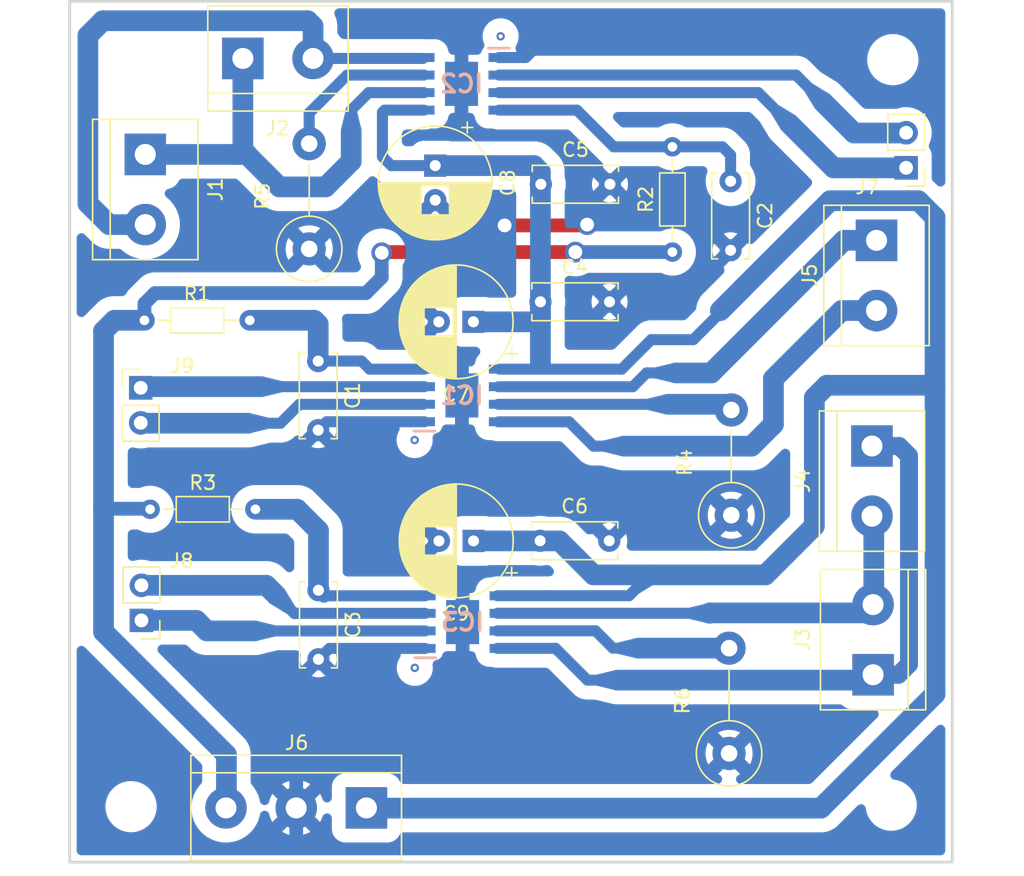
<source format=kicad_pcb>
(kicad_pcb (version 20240108) (generator "pcbnew") (generator_version "8.0")
  (layers (0 "F.Cu" signal) (31 "B.Cu" signal) (34 "B.Paste" user) (35 "F.Paste" user) (36 "B.SilkS" user "B.Silkscreen") (37 "F.SilkS" user "F.Silkscreen") (38 "B.Mask" user) (39 "F.Mask" user) (44 "Edge.Cuts" user))
  (net 0 "")
  (net 1 "Net-(IC1-VREF)")
  (net 2 "GND")
  (net 3 "Net-(IC2-VREF)")
  (net 4 "Net-(IC3-VREF)")
  (net 5 "/Vin")
  (net 6 "Net-(IC1-OUT2)")
  (net 7 "Net-(IC1-RS)")
  (net 8 "/IN5")
  (net 9 "/IN6")
  (net 10 "Net-(IC1-OUT1)")
  (net 11 "/IN2")
  (net 12 "Net-(IC2-OUT2)")
  (net 13 "Net-(IC2-OUT1)")
  (net 14 "Net-(IC2-RS)")
  (net 15 "/IN1")
  (net 16 "Net-(IC3-OUT2)")
  (net 17 "/IN4")
  (net 18 "/IN3")
  (net 19 "Net-(IC3-OUT1)")
  (net 20 "Net-(IC3-RS)")
  (net 21 "/5V")
  (footprint "TerminalBlock:TerminalBlock_bornier-2_P5.08mm" (layer "F.Cu") (at 39.49 32.45)
    (property "Reference" "J2" (at 2.51 5.05 0) (layer "F.SilkS"))
    (property "Value" "Motor2")
    (pad "1" thru_hole rect (at 0 0) (size 3 3) (drill 1.52) (layers "*.Cu" "*.Mask") (net 13 "Net-(IC2-OUT1)"))
    (pad "2" thru_hole circle (at 5.08 0) (size 3 3) (drill 1.52) (layers "*.Cu" "*.Mask") (net 12 "Net-(IC2-OUT2)"))
  )
  (footprint "Resistor_THT:R_Axial_DIN0204_L3.6mm_D1.6mm_P7.62mm_Horizontal" (layer "F.Cu") (at 32.37 51.41)
    (property "Reference" "R1" (at 3.81 -1.92 0) (layer "F.SilkS"))
    (property "Value" "1k")
    (pad "1" thru_hole circle (at 0 0) (size 1.4 1.4) (drill 0.7) (layers "*.Cu" "*.Mask") (net 21 "/5V"))
    (pad "2" thru_hole oval (at 7.62 0) (size 1.4 1.4) (drill 0.7) (layers "*.Cu" "*.Mask") (net 1 "Net-(IC1-VREF)"))
  )
  (footprint "Connector_PinHeader_2.54mm:PinHeader_1x02_P2.54mm_Vertical" (layer "F.Cu") (at 32.1 56.295)
    (property "Reference" "J9" (at 3.01 -1.595 0) (layer "F.SilkS"))
    (property "Value" "Screw_Terminal_01x02")
    (pad "1" thru_hole rect (at 0 0) (size 1.7 1.7) (drill 1) (layers "*.Cu" "*.Mask") (net 8 "/IN5"))
    (pad "2" thru_hole oval (at 0 2.54) (size 1.7 1.7) (drill 1) (layers "*.Cu" "*.Mask") (net 9 "/IN6"))
  )
  (footprint "Capacitor_THT:C_Disc_D6.0mm_W2.5mm_P5.00mm" (layer "F.Cu") (at 61.02 50.07)
    (property "Reference" "C4" (at 2.5 -2.5 0) (layer "F.SilkS"))
    (property "Value" "0.1u")
    (pad "1" thru_hole circle (at 0 0) (size 1.6 1.6) (drill 0.8) (layers "*.Cu" "*.Mask") (net 5 "/Vin"))
    (pad "2" thru_hole circle (at 5 0) (size 1.6 1.6) (drill 0.8) (layers "*.Cu" "*.Mask") (net 2 "GND"))
  )
  (footprint "Capacitor_THT:C_Disc_D6.0mm_W2.5mm_P5.00mm" (layer "F.Cu") (at 61.05 41.56)
    (property "Reference" "C5" (at 2.5 -2.5 0) (layer "F.SilkS"))
    (property "Value" "0.1u")
    (pad "1" thru_hole circle (at 0 0) (size 1.6 1.6) (drill 0.8) (layers "*.Cu" "*.Mask") (net 5 "/Vin"))
    (pad "2" thru_hole circle (at 5 0) (size 1.6 1.6) (drill 0.8) (layers "*.Cu" "*.Mask") (net 2 "GND"))
  )
  (footprint "Capacitor_THT:CP_Radial_D8.0mm_P2.50mm" (layer "F.Cu") (at 53.41 40.21 -90)
    (property "Reference" "C8" (at 1.25 -5.25 90) (layer "F.SilkS"))
    (property "Value" "100u")
    (pad "1" thru_hole rect (at 0 0 270) (size 1.6 1.6) (drill 0.8) (layers "*.Cu" "*.Mask") (net 5 "/Vin"))
    (pad "2" thru_hole circle (at 2.5 0 270) (size 1.6 1.6) (drill 0.8) (layers "*.Cu" "*.Mask") (net 2 "GND"))
  )
  (footprint "Resistor_THT:R_Axial_DIN0204_L3.6mm_D1.6mm_P7.62mm_Horizontal" (layer "F.Cu") (at 70.57 46.47 90)
    (property "Reference" "R2" (at 3.81 -1.92 90) (layer "F.SilkS"))
    (property "Value" "1k")
    (pad "1" thru_hole circle (at 0 0 90) (size 1.4 1.4) (drill 0.7) (layers "*.Cu" "*.Mask") (net 21 "/5V"))
    (pad "2" thru_hole oval (at 7.62 0 90) (size 1.4 1.4) (drill 0.7) (layers "*.Cu" "*.Mask") (net 3 "Net-(IC2-VREF)"))
  )
  (footprint "Resistor_THT:R_Axial_DIN0414_L11.9mm_D4.5mm_P7.62mm_Vertical" (layer "F.Cu") (at 74.67 82.765 90)
    (property "Reference" "R6" (at 3.81 -3.37 90) (layer "F.SilkS"))
    (property "Value" "0,2")
    (pad "1" thru_hole circle (at 0 0 90) (size 2.4 2.4) (drill 1.2) (layers "*.Cu" "*.Mask") (net 2 "GND"))
    (pad "2" thru_hole oval (at 7.62 0 90) (size 2.4 2.4) (drill 1.2) (layers "*.Cu" "*.Mask") (net 20 "Net-(IC3-RS)"))
  )
  (footprint "MountingHole:MountingHole_3.2mm_M3" (layer "F.Cu") (at 31.4 86.62)
    (property "Reference" "REF**" (hide yes))
    (property "Value" "MountingHole_3.2mm_M3")
    (pad "" np_thru_hole circle (at 0 0) (size 3.2 3.2) (drill 3.2) (layers "*.Cu" "*.Mask"))
  )
  (footprint "Capacitor_THT:C_Disc_D6.0mm_W2.5mm_P5.00mm" (layer "F.Cu") (at 74.78 41.34 -90)
    (property "Reference" "C2" (at 2.5 -2.5 90) (layer "F.SilkS"))
    (property "Value" "0.1u")
    (pad "1" thru_hole circle (at 0 0 270) (size 1.6 1.6) (drill 0.8) (layers "*.Cu" "*.Mask") (net 3 "Net-(IC2-VREF)"))
    (pad "2" thru_hole circle (at 5 0 270) (size 1.6 1.6) (drill 0.8) (layers "*.Cu" "*.Mask") (net 2 "GND"))
  )
  (footprint "Capacitor_THT:C_Disc_D6.0mm_W2.5mm_P5.00mm" (layer "F.Cu") (at 61 67.37)
    (property "Reference" "C6" (at 2.5 -2.5 0) (layer "F.SilkS"))
    (property "Value" "0.1u")
    (pad "1" thru_hole circle (at 0 0) (size 1.6 1.6) (drill 0.8) (layers "*.Cu" "*.Mask") (net 5 "/Vin"))
    (pad "2" thru_hole circle (at 5 0) (size 1.6 1.6) (drill 0.8) (layers "*.Cu" "*.Mask") (net 2 "GND"))
  )
  (footprint "MountingHole:MountingHole_3.2mm_M3" (layer "F.Cu") (at 86.4 86.51)
    (property "Reference" "REF**" (hide yes))
    (property "Value" "MountingHole_3.2mm_M3")
    (pad "" np_thru_hole circle (at 0 0) (size 3.2 3.2) (drill 3.2) (layers "*.Cu" "*.Mask"))
  )
  (footprint "Capacitor_THT:CP_Radial_D8.0mm_P2.50mm" (layer "F.Cu") (at 56.17 51.52 180)
    (property "Reference" "C7" (at 1.25 -5.25 0) (layer "F.SilkS"))
    (property "Value" "100u")
    (pad "1" thru_hole rect (at 0 0 180) (size 1.6 1.6) (drill 0.8) (layers "*.Cu" "*.Mask") (net 5 "/Vin"))
    (pad "2" thru_hole circle (at 2.5 0 180) (size 1.6 1.6) (drill 0.8) (layers "*.Cu" "*.Mask") (net 2 "GND"))
  )
  (footprint "TerminalBlock:TerminalBlock_bornier-3_P5.08mm" (layer "F.Cu") (at 48.43 86.71 180)
    (property "Reference" "J6" (at 5.05 4.71 180) (layer "F.SilkS"))
    (property "Value" "Alimentacion")
    (pad "1" thru_hole rect (at 0 0 180) (size 3 3) (drill 1.52) (layers "*.Cu" "*.Mask") (net 5 "/Vin"))
    (pad "2" thru_hole circle (at 5.08 0 180) (size 3 3) (drill 1.52) (layers "*.Cu" "*.Mask") (net 2 "GND"))
    (pad "3" thru_hole circle (at 10.16 0 180) (size 3 3) (drill 1.52) (layers "*.Cu" "*.Mask") (net 21 "/5V"))
  )
  (footprint "MountingHole:MountingHole_3.2mm_M3" (layer "F.Cu") (at 86.52 32.54)
    (property "Reference" "REF**" (hide yes))
    (property "Value" "MountingHole_3.2mm_M3")
    (pad "" np_thru_hole circle (at 0 0) (size 3.2 3.2) (drill 3.2) (layers "*.Cu" "*.Mask"))
  )
  (footprint "Resistor_THT:R_Axial_DIN0414_L11.9mm_D4.5mm_P7.62mm_Vertical" (layer "F.Cu") (at 74.83 65.52 90)
    (property "Reference" "R4" (at 3.81 -3.37 90) (layer "F.SilkS"))
    (property "Value" "0,2")
    (pad "1" thru_hole circle (at 0 0 90) (size 2.4 2.4) (drill 1.2) (layers "*.Cu" "*.Mask") (net 2 "GND"))
    (pad "2" thru_hole oval (at 7.62 0 90) (size 2.4 2.4) (drill 1.2) (layers "*.Cu" "*.Mask") (net 7 "Net-(IC1-RS)"))
  )
  (footprint "Connector_PinHeader_2.54mm:PinHeader_1x02_P2.54mm_Vertical" (layer "F.Cu") (at 32.15 73.135 180)
    (property "Reference" "J8" (at -2.91 4.315 0) (layer "F.SilkS"))
    (property "Value" "Screw_Terminal_01x02")
    (pad "1" thru_hole rect (at 0 0 180) (size 1.7 1.7) (drill 1) (layers "*.Cu" "*.Mask") (net 18 "/IN3"))
    (pad "2" thru_hole oval (at 0 2.54 180) (size 1.7 1.7) (drill 1) (layers "*.Cu" "*.Mask") (net 17 "/IN4"))
  )
  (footprint "TerminalBlock:TerminalBlock_bornier-2_P5.08mm" (layer "F.Cu") (at 32.43 39.4 -90)
    (property "Reference" "J1" (at 2.54 -5.08 90) (layer "F.SilkS"))
    (property "Value" "Motor1")
    (pad "1" thru_hole rect (at 0 0 270) (size 3 3) (drill 1.52) (layers "*.Cu" "*.Mask") (net 13 "Net-(IC2-OUT1)"))
    (pad "2" thru_hole circle (at 5.08 0 270) (size 3 3) (drill 1.52) (layers "*.Cu" "*.Mask") (net 12 "Net-(IC2-OUT2)"))
  )
  (footprint "TerminalBlock:TerminalBlock_bornier-2_P5.08mm" (layer "F.Cu") (at 85.09 77.07 90)
    (property "Reference" "J3" (at 2.54 -5.08 90) (layer "F.SilkS"))
    (property "Value" "Motor3")
    (pad "1" thru_hole rect (at 0 0 90) (size 3 3) (drill 1.52) (layers "*.Cu" "*.Mask") (net 16 "Net-(IC3-OUT2)"))
    (pad "2" thru_hole circle (at 5.08 0 90) (size 3 3) (drill 1.52) (layers "*.Cu" "*.Mask") (net 19 "Net-(IC3-OUT1)"))
  )
  (footprint "TerminalBlock:TerminalBlock_bornier-2_P5.08mm" (layer "F.Cu") (at 85.01 60.51 -90)
    (property "Reference" "J4" (at 2.54 5.01 90) (layer "F.SilkS"))
    (property "Value" "Motor4")
    (pad "1" thru_hole rect (at 0 0 270) (size 3 3) (drill 1.52) (layers "*.Cu" "*.Mask") (net 16 "Net-(IC3-OUT2)"))
    (pad "2" thru_hole circle (at 5.08 0 270) (size 3 3) (drill 1.52) (layers "*.Cu" "*.Mask") (net 19 "Net-(IC3-OUT1)"))
  )
  (footprint "TerminalBlock:TerminalBlock_bornier-2_P5.08mm" (layer "F.Cu") (at 85.34 45.62 -90)
    (property "Reference" "J5" (at 2.54 4.84 90) (layer "F.SilkS"))
    (property "Value" "MotorElev")
    (pad "1" thru_hole rect (at 0 0 270) (size 3 3) (drill 1.52) (layers "*.Cu" "*.Mask") (net 10 "Net-(IC1-OUT1)"))
    (pad "2" thru_hole circle (at 5.08 0 270) (size 3 3) (drill 1.52) (layers "*.Cu" "*.Mask") (net 6 "Net-(IC1-OUT2)"))
  )
  (footprint "Capacitor_THT:C_Disc_D6.0mm_W2.5mm_P5.00mm" (layer "F.Cu") (at 44.94 54.36 -90)
    (property "Reference" "C1" (at 2.5 -2.5 90) (layer "F.SilkS"))
    (property "Value" "0.1u")
    (pad "1" thru_hole circle (at 0 0 270) (size 1.6 1.6) (drill 0.8) (layers "*.Cu" "*.Mask") (net 1 "Net-(IC1-VREF)"))
    (pad "2" thru_hole circle (at 5 0 270) (size 1.6 1.6) (drill 0.8) (layers "*.Cu" "*.Mask") (net 2 "GND"))
  )
  (footprint "Connector_PinHeader_2.54mm:PinHeader_1x02_P2.54mm_Vertical" (layer "F.Cu") (at 87.48 40.37 180)
    (property "Reference" "J7" (at 2.81 -1.395 0) (layer "F.SilkS"))
    (property "Value" "Screw_Terminal_01x02")
    (pad "1" thru_hole rect (at 0 0 180) (size 1.7 1.7) (drill 1) (layers "*.Cu" "*.Mask") (net 15 "/IN1"))
    (pad "2" thru_hole oval (at 0 2.54 180) (size 1.7 1.7) (drill 1) (layers "*.Cu" "*.Mask") (net 11 "/IN2"))
  )
  (footprint "Resistor_THT:R_Axial_DIN0204_L3.6mm_D1.6mm_P7.62mm_Horizontal" (layer "F.Cu") (at 32.78 65.09)
    (property "Reference" "R3" (at 3.81 -1.92 0) (layer "F.SilkS"))
    (property "Value" "1k")
    (pad "1" thru_hole circle (at 0 0) (size 1.4 1.4) (drill 0.7) (layers "*.Cu" "*.Mask") (net 21 "/5V"))
    (pad "2" thru_hole oval (at 7.62 0) (size 1.4 1.4) (drill 0.7) (layers "*.Cu" "*.Mask") (net 4 "Net-(IC3-VREF)"))
  )
  (footprint "Capacitor_THT:C_Disc_D6.0mm_W2.5mm_P5.00mm" (layer "F.Cu") (at 44.96 70.95 -90)
    (property "Reference" "C3" (at 2.5 -2.5 90) (layer "F.SilkS"))
    (property "Value" "0.1u")
    (pad "1" thru_hole circle (at 0 0 270) (size 1.6 1.6) (drill 0.8) (layers "*.Cu" "*.Mask") (net 4 "Net-(IC3-VREF)"))
    (pad "2" thru_hole circle (at 5 0 270) (size 1.6 1.6) (drill 0.8) (layers "*.Cu" "*.Mask") (net 2 "GND"))
  )
  (footprint "MountingHole:MountingHole_3.2mm_M3" (layer "F.Cu") (at 31.52 32.65)
    (property "Reference" "M3" (hide yes))
    (property "Value" "MountingHole_3.2mm_M3")
    (pad "" np_thru_hole circle (at 0 0) (size 3.2 3.2) (drill 3.2) (layers "*.Cu" "*.Mask"))
  )
  (footprint "Resistor_THT:R_Axial_DIN0414_L11.9mm_D4.5mm_P7.62mm_Vertical" (layer "F.Cu") (at 44.29 46.24 90)
    (property "Reference" "R5" (at 3.81 -3.37 90) (layer "F.SilkS"))
    (property "Value" "0,2")
    (pad "1" thru_hole circle (at 0 0 90) (size 2.4 2.4) (drill 1.2) (layers "*.Cu" "*.Mask") (net 2 "GND"))
    (pad "2" thru_hole oval (at 7.62 0 90) (size 2.4 2.4) (drill 1.2) (layers "*.Cu" "*.Mask") (net 14 "Net-(IC2-RS)"))
  )
  (footprint "Capacitor_THT:CP_Radial_D8.0mm_P2.50mm" (layer "F.Cu") (at 56.18 67.38 180)
    (property "Reference" "C9" (at 1.25 -5.25 0) (layer "F.SilkS"))
    (property "Value" "100u")
    (pad "1" thru_hole rect (at 0 0 180) (size 1.6 1.6) (drill 0.8) (layers "*.Cu" "*.Mask") (net 5 "/Vin"))
    (pad "2" thru_hole circle (at 2.5 0 180) (size 1.6 1.6) (drill 0.8) (layers "*.Cu" "*.Mask") (net 2 "GND"))
  )
  (footprint "LibraryPERSONALES:SOIC127P600X170-9N" (layer "B.Cu") (at 55.31 34.29 180)
    (property "Reference" "IC2" (at 0 0 0) (layer "B.SilkS") (effects (font (size 1.27 1.27) (thickness 0.254)) (justify mirror)))
    (property "Value" "TB67H450AFNG,EL" (hide yes))
    (pad "1" smd rect (at -2.712 1.905 90) (size 0.65 1.525) (layers "B.Cu" "B.Paste" "B.Mask") (net 2 "GND"))
    (pad "2" smd rect (at -2.712 0.635 90) (size 0.65 1.525) (layers "B.Cu" "B.Paste" "B.Mask") (net 11 "/IN2"))
    (pad "3" smd rect (at -2.712 -0.635 90) (size 0.65 1.525) (layers "B.Cu" "B.Paste" "B.Mask") (net 15 "/IN1"))
    (pad "4" smd rect (at -2.712 -1.905 90) (size 0.65 1.525) (layers "B.Cu" "B.Paste" "B.Mask") (net 3 "Net-(IC2-VREF)"))
    (pad "5" smd rect (at 2.712 -1.905 90) (size 0.65 1.525) (layers "B.Cu" "B.Paste" "B.Mask") (net 5 "/Vin"))
    (pad "6" smd rect (at 2.712 -0.635 90) (size 0.65 1.525) (layers "B.Cu" "B.Paste" "B.Mask") (net 13 "Net-(IC2-OUT1)"))
    (pad "7" smd rect (at 2.712 0.635 90) (size 0.65 1.525) (layers "B.Cu" "B.Paste" "B.Mask") (net 14 "Net-(IC2-RS)"))
    (pad "8" smd rect (at 2.712 1.905 90) (size 0.65 1.525) (layers "B.Cu" "B.Paste" "B.Mask") (net 12 "Net-(IC2-OUT2)"))
    (pad "9" smd rect (at 0 0 180) (size 2.39 3.2) (layers "B.Cu" "B.Paste" "B.Mask") (net 2 "GND"))
  )
  (footprint "LibraryPERSONALES:SOIC127P600X170-9N" (layer "B.Cu") (at 55.39 73.26)
    (property "Reference" "IC3" (at 0 0 0) (layer "B.SilkS") (effects (font (size 1.27 1.27) (thickness 0.254)) (justify mirror)))
    (property "Value" "TB67H450AFNG,EL" (hide yes))
    (pad "1" smd rect (at -2.712 1.905 270) (size 0.65 1.525) (layers "B.Cu" "B.Paste" "B.Mask") (net 2 "GND"))
    (pad "2" smd rect (at -2.712 0.635 270) (size 0.65 1.525) (layers "B.Cu" "B.Paste" "B.Mask") (net 18 "/IN3"))
    (pad "3" smd rect (at -2.712 -0.635 270) (size 0.65 1.525) (layers "B.Cu" "B.Paste" "B.Mask") (net 17 "/IN4"))
    (pad "4" smd rect (at -2.712 -1.905 270) (size 0.65 1.525) (layers "B.Cu" "B.Paste" "B.Mask") (net 4 "Net-(IC3-VREF)"))
    (pad "5" smd rect (at 2.712 -1.905 270) (size 0.65 1.525) (layers "B.Cu" "B.Paste" "B.Mask") (net 5 "/Vin"))
    (pad "6" smd rect (at 2.712 -0.635 270) (size 0.65 1.525) (layers "B.Cu" "B.Paste" "B.Mask") (net 19 "Net-(IC3-OUT1)"))
    (pad "7" smd rect (at 2.712 0.635 270) (size 0.65 1.525) (layers "B.Cu" "B.Paste" "B.Mask") (net 20 "Net-(IC3-RS)"))
    (pad "8" smd rect (at 2.712 1.905 270) (size 0.65 1.525) (layers "B.Cu" "B.Paste" "B.Mask") (net 16 "Net-(IC3-OUT2)"))
    (pad "9" smd rect (at 0 0) (size 2.39 3.2) (layers "B.Cu" "B.Paste" "B.Mask") (net 2 "GND"))
  )
  (footprint "LibraryPERSONALES:SOIC127P600X170-9N" (layer "B.Cu") (at 55.34 56.85)
    (property "Reference" "IC1" (at 0 0 0) (layer "B.SilkS") (effects (font (size 1.27 1.27) (thickness 0.254)) (justify mirror)))
    (property "Value" "TB67H450AFNG,EL" (hide yes))
    (pad "1" smd rect (at -2.712 1.905 270) (size 0.65 1.525) (layers "B.Cu" "B.Paste" "B.Mask") (net 2 "GND"))
    (pad "2" smd rect (at -2.712 0.635 270) (size 0.65 1.525) (layers "B.Cu" "B.Paste" "B.Mask") (net 9 "/IN6"))
    (pad "3" smd rect (at -2.712 -0.635 270) (size 0.65 1.525) (layers "B.Cu" "B.Paste" "B.Mask") (net 8 "/IN5"))
    (pad "4" smd rect (at -2.712 -1.905 270) (size 0.65 1.525) (layers "B.Cu" "B.Paste" "B.Mask") (net 1 "Net-(IC1-VREF)"))
    (pad "5" smd rect (at 2.712 -1.905 270) (size 0.65 1.525) (layers "B.Cu" "B.Paste" "B.Mask") (net 5 "/Vin"))
    (pad "6" smd rect (at 2.712 -0.635 270) (size 0.65 1.525) (layers "B.Cu" "B.Paste" "B.Mask") (net 10 "Net-(IC1-OUT1)"))
    (pad "7" smd rect (at 2.712 0.635 270) (size 0.65 1.525) (layers "B.Cu" "B.Paste" "B.Mask") (net 7 "Net-(IC1-RS)"))
    (pad "8" smd rect (at 2.712 1.905 270) (size 0.65 1.525) (layers "B.Cu" "B.Paste" "B.Mask") (net 6 "Net-(IC1-OUT2)"))
    (pad "9" smd rect (at 0 0) (size 2.39 3.2) (layers "B.Cu" "B.Paste" "B.Mask") (net 2 "GND"))
  )
  (gr_rect (start 26.96 28.32) (end 90.82 90.64) (stroke (width 0.2)) (fill none) (layer "Edge.Cuts"))
  (via (at 58.14 30.85) (size 0.6) (drill 0.3) (layers "F.Cu" "B.Cu") (net 0))
  (via (at 51.93 76.57) (size 0.6) (drill 0.3) (layers "F.Cu" "B.Cu") (net 0))
  (via (at 51.92 60.08) (size 0.6) (drill 0.3) (layers "F.Cu" "B.Cu") (net 0))
  (segment (start 48.665 54.945) (end 52.628 54.945) (width 0.8) (layer "B.Cu") (net 1))
  (segment (start 44.66 51.41) (end 39.99 51.41) (width 1.5) (layer "B.Cu") (net 1))
  (segment (start 44.94 54.36) (end 44.94 51.69) (width 1.5) (layer "B.Cu") (net 1))
  (segment (start 48.11 54.39) (end 48.08 54.36) (width 0.8) (layer "B.Cu") (net 1))
  (segment (start 48.08 54.36) (end 48.665 54.945) (width 0.8) (layer "B.Cu") (net 1))
  (segment (start 44.94 51.69) (end 44.66 51.41) (width 1.5) (layer "B.Cu") (net 1))
  (segment (start 48.08 54.36) (end 44.94 54.36) (width 0.8) (layer "B.Cu") (net 1))
  (segment (start 58.43 44.54) (end 64.34 44.54) (width 1) (layer "F.Cu") (net 2))
  (segment (start 64.34 44.54) (end 64.4 44.48) (width 1) (layer "F.Cu") (net 2))
  (via (at 58.43 44.54) (size 1.5) (drill 1) (layers "F.Cu" "B.Cu") (net 2))
  (via (at 64.4 44.48) (size 1.5) (drill 1) (layers "F.Cu" "B.Cu") (net 2))
  (segment (start 45.745 75.165) (end 44.96 75.95) (width 0.8) (layer "B.Cu") (net 2))
  (segment (start 43.35 83.95) (end 43.35 89.19) (width 1) (layer "B.Cu") (net 2))
  (segment (start 52.628 58.755) (end 45.545 58.755) (width 0.8) (layer "B.Cu") (net 2))
  (segment (start 45.545 58.755) (end 44.94 59.36) (width 0.8) (layer "B.Cu") (net 2))
  (segment (start 52.678 75.165) (end 45.745 75.165) (width 0.8) (layer "B.Cu") (net 2))
  (segment (start 59.965 32.385) (end 60.57 31.78) (width 0.8) (layer "B.Cu") (net 2))
  (segment (start 58.022 32.385) (end 59.965 32.385) (width 0.8) (layer "B.Cu") (net 2))
  (segment (start 63.665 36.195) (end 66.32 38.85) (width 0.8) (layer "B.Cu") (net 3))
  (segment (start 58.022 36.195) (end 63.665 36.195) (width 0.8) (layer "B.Cu") (net 3))
  (segment (start 66.32 38.85) (end 70.57 38.85) (width 0.8) (layer "B.Cu") (net 3))
  (segment (start 74.19 38.85) (end 74.78 39.44) (width 0.8) (layer "B.Cu") (net 3))
  (segment (start 70.57 38.85) (end 74.19 38.85) (width 0.8) (layer "B.Cu") (net 3))
  (segment (start 74.78 39.44) (end 74.78 41.34) (width 0.8) (layer "B.Cu") (net 3))
  (segment (start 44.96 66.63) (end 44.96 70.95) (width 1.5) (layer "B.Cu") (net 4))
  (segment (start 52.678 71.355) (end 45.365 71.355) (width 0.8) (layer "B.Cu") (net 4))
  (segment (start 43.42 65.09) (end 44.96 66.63) (width 1.5) (layer "B.Cu") (net 4))
  (segment (start 40.4 65.09) (end 43.42 65.09) (width 1.5) (layer "B.Cu") (net 4))
  (segment (start 45.365 71.355) (end 44.96 70.95) (width 1) (layer "B.Cu") (net 4))
  (segment (start 68.94 69.84) (end 77.3 69.84) (width 1.5) (layer "B.Cu") (net 5))
  (segment (start 49.59 39.57) (end 49.59 36.35) (width 0.8) (layer "B.Cu") (net 5))
  (segment (start 88.37 42.75) (end 89.57 43.95) (width 1.5) (layer "B.Cu") (net 5))
  (segment (start 61.02 40.67) (end 61.02 51.48) (width 1.5) (layer "B.Cu") (net 5))
  (segment (start 74.04 50.71) (end 74.04 50.85) (width 0.8) (layer "B.Cu") (net 5))
  (segment (start 68.94 69.84) (end 67.43 71.35) (width 0.8) (layer "B.Cu") (net 5))
  (segment (start 89.57 78.47) (end 89.57 56.11) (width 1.5) (layer "B.Cu") (net 5))
  (segment (start 62.4 67.38) (end 64.86 69.84) (width 1.5) (layer "B.Cu") (net 5))
  (segment (start 60.56 40.21) (end 61.02 40.67) (width 1.5) (layer "B.Cu") (net 5))
  (segment (start 61.02 51.48) (end 60.98 51.52) (width 1.5) (layer "B.Cu") (net 5))
  (segment (start 48.45 86.73) (end 81.31 86.73) (width 1.5) (layer "B.Cu") (net 5))
  (segment (start 61.02 50.07) (end 61.02 51.48) (width 1.5) (layer "B.Cu") (net 5))
  (segment (start 64.86 69.84) (end 68.94 69.84) (width 1.5) (layer "B.Cu") (net 5))
  (segment (start 49.59 36.35) (end 49.745 36.195) (width 0.8) (layer "B.Cu") (net 5))
  (segment (start 89.57 43.95) (end 89.57 56.11) (width 1.5) (layer "B.Cu") (net 5))
  (segment (start 74.04 50.85) (end 72.08 52.81) (width 0.8) (layer "B.Cu") (net 5))
  (segment (start 81.99 42.75) (end 88.37 42.75) (width 1.5) (layer "B.Cu") (net 5))
  (segment (start 57.912 71.35) (end 61.56 71.35) (width 0.8) (layer "B.Cu") (net 5))
  (segment (start 48.43 86.71) (end 48.45 86.73) (width 1.5) (layer "B.Cu") (net 5))
  (segment (start 80.84 66.3) (end 80.84 57.01) (width 1.5) (layer "B.Cu") (net 5))
  (segment (start 74.04 50.71) (end 75.61 49.14) (width 1.5) (layer "B.Cu") (net 5))
  (segment (start 72.08 52.81) (end 69.035786 52.81) (width 0.8) (layer "B.Cu") (net 5))
  (segment (start 60.98 51.52) (end 56.17 51.52) (width 1.5) (layer "B.Cu") (net 5))
  (segment (start 53.41 40.21) (end 50.23 40.21) (width 0.8) (layer "B.Cu") (net 5))
  (segment (start 81.31 86.73) (end 89.57 78.47) (width 1.5) (layer "B.Cu") (net 5))
  (segment (start 67.43 71.35) (end 61.56 71.35) (width 0.8) (layer "B.Cu") (net 5))
  (segment (start 66.900786 54.945) (end 58.052 54.945) (width 0.8) (layer "B.Cu") (net 5))
  (segment (start 50.23 40.21) (end 49.59 39.57) (width 0.8) (layer "B.Cu") (net 5))
  (segment (start 49.745 36.195) (end 52.598 36.195) (width 0.8) (layer "B.Cu") (net 5))
  (segment (start 75.61 49.14) (end 75.61 49.13) (width 1.5) (layer "B.Cu") (net 5))
  (segment (start 53.41 40.21) (end 60.56 40.21) (width 1.5) (layer "B.Cu") (net 5))
  (segment (start 69.035786 52.81) (end 66.900786 54.945) (width 0.8) (layer "B.Cu") (net 5))
  (segment (start 75.61 49.13) (end 81.99 42.75) (width 1.5) (layer "B.Cu") (net 5))
  (segment (start 81.74 56.11) (end 89.57 56.11) (width 1.5) (layer "B.Cu") (net 5))
  (segment (start 77.3 69.84) (end 80.84 66.3) (width 1.5) (layer "B.Cu") (net 5))
  (segment (start 80.84 57.01) (end 81.74 56.11) (width 1.5) (layer "B.Cu") (net 5))
  (segment (start 56.18 67.38) (end 62.4 67.38) (width 1.5) (layer "B.Cu") (net 5))
  (segment (start 61.02 51.48) (end 61.02 54.49) (width 1.5) (layer "B.Cu") (net 5))
  (segment (start 57.98 58.76) (end 63.1 58.76) (width 0.8) (layer "B.Cu") (net 6))
  (segment (start 76.3 60.52) (end 77.88 58.94) (width 1.5) (layer "B.Cu") (net 6))
  (segment (start 82.82 50.7) (end 85.34 50.7) (width 1.5) (layer "B.Cu") (net 6))
  (segment (start 63.1 58.76) (end 64.86 60.52) (width 0.8) (layer "B.Cu") (net 6))
  (segment (start 67.05 60.52) (end 76.3 60.52) (width 1.5) (layer "B.Cu") (net 6))
  (segment (start 85.34 51.48) (end 85.34 50.7) (width 1.5) (layer "B.Cu") (net 6))
  (segment (start 77.88 55.64) (end 82.82 50.7) (width 1.5) (layer "B.Cu") (net 6))
  (segment (start 77.88 58.94) (end 77.88 55.64) (width 1.5) (layer "B.Cu") (net 6))
  (segment (start 64.86 60.52) (end 67.05 60.52) (width 0.8) (layer "B.Cu") (net 6))
  (segment (start 70.23 57.49) (end 74.42 57.49) (width 1.5) (layer "B.Cu") (net 7))
  (segment (start 74.42 57.49) (end 74.83 57.9) (width 1) (layer "B.Cu") (net 7))
  (segment (start 57.98 57.49) (end 70.23 57.49) (width 0.8) (layer "B.Cu") (net 7))
  (segment (start 32.18 56.215) (end 32.1 56.295) (width 1) (layer "B.Cu") (net 8))
  (segment (start 52.628 56.215) (end 40.84 56.215) (width 0.8) (layer "B.Cu") (net 8))
  (segment (start 40.84 56.215) (end 32.18 56.215) (width 1.5) (layer "B.Cu") (net 8))
  (segment (start 32.125 58.86) (end 39.86 58.86) (width 1.5) (layer "B.Cu") (net 9))
  (segment (start 39.86 58.86) (end 42.21 58.86) (width 0.8) (layer "B.Cu") (net 9))
  (segment (start 43.58 57.49) (end 52.556 57.49) (width 0.8) (layer "B.Cu") (net 9))
  (segment (start 32.1 58.835) (end 32.125 58.86) (width 1) (layer "B.Cu") (net 9))
  (segment (start 42.21 58.86) (end 43.58 57.49) (width 0.8) (layer "B.Cu") (net 9))
  (segment (start 82.98 45.62) (end 85.34 45.62) (width 1.5) (layer "B.Cu") (net 10))
  (segment (start 68.7 55.22) (end 67.7 56.22) (width 0.8) (layer "B.Cu") (net 10))
  (segment (start 70.81 55.22) (end 68.7 55.22) (width 0.8) (layer "B.Cu") (net 10))
  (segment (start 73.38 55.22) (end 82.98 45.62) (width 1.5) (layer "B.Cu") (net 10))
  (segment (start 67.7 56.22) (end 57.98 56.22) (width 0.8) (layer "B.Cu") (net 10))
  (segment (start 70.81 55.22) (end 73.38 55.22) (width 1.5) (layer "B.Cu") (net 10))
  (segment (start 87.46 37.85) (end 87.48 37.83) (width 0.8) (layer "B.Cu") (net 11))
  (segment (start 81.45 35.59) (end 83.71 37.85) (width 1.5) (layer "B.Cu") (net 11))
  (segment (start 83.71 37.85) (end 87.46 37.85) (width 1.5) (layer "B.Cu") (net 11))
  (segment (start 79.515 33.655) (end 58.022 33.655) (width 0.8) (layer "B.Cu") (net 11))
  (segment (start 81.45 35.59) (end 79.515 33.655) (width 0.8) (layer "B.Cu") (net 11))
  (segment (start 28.28 42.95) (end 29.81 44.48) (width 1.5) (layer "B.Cu") (net 12))
  (segment (start 44.57 32.45) (end 52.533 32.45) (width 0.8) (layer "B.Cu") (net 12))
  (segment (start 44.18 29.72) (end 29.36 29.72) (width 1.5) (layer "B.Cu") (net 12))
  (segment (start 29.81 44.48) (end 32.43 44.48) (width 1.5) (layer "B.Cu") (net 12))
  (segment (start 44.57 32.45) (end 44.57 30.11) (width 1.5) (layer "B.Cu") (net 12))
  (segment (start 28.28 30.8) (end 28.28 42.95) (width 1.5) (layer "B.Cu") (net 12))
  (segment (start 29.36 29.72) (end 28.28 30.8) (width 1.5) (layer "B.Cu") (net 12))
  (segment (start 44.57 30.11) (end 44.18 29.72) (width 1.5) (layer "B.Cu") (net 12))
  (segment (start 48.595 34.925) (end 52.598 34.925) (width 0.8) (layer "B.Cu") (net 13))
  (segment (start 47.33 36.19) (end 48.595 34.925) (width 0.8) (layer "B.Cu") (net 13))
  (segment (start 42.13 41.75) (end 39.78 39.4) (width 1.5) (layer "B.Cu") (net 13))
  (segment (start 39.78 39.4) (end 38.74 39.4) (width 1.5) (layer "B.Cu") (net 13))
  (segment (start 47.33 37.69) (end 47.33 36.19) (width 0.8) (layer "B.Cu") (net 13))
  (segment (start 32.43 39.4) (end 38.74 39.4) (width 1.5) (layer "B.Cu") (net 13))
  (segment (start 45.48 41.75) (end 42.13 41.75) (width 1.5) (layer "B.Cu") (net 13))
  (segment (start 39.49 32.45) (end 39.49 39.09) (width 1.5) (layer "B.Cu") (net 13))
  (segment (start 47.33 39.9) (end 45.48 41.75) (width 1.5) (layer "B.Cu") (net 13))
  (segment (start 39.49 39.09) (end 39.8 39.4) (width 1.5) (layer "B.Cu") (net 13))
  (segment (start 38.74 39.4) (end 39.8 39.4) (width 1.5) (layer "B.Cu") (net 13))
  (segment (start 47.33 37.69) (end 47.33 39.9) (width 1.5) (layer "B.Cu") (net 13))
  (segment (start 44.29 36.4) (end 44.29 38.62) (width 0.8) (layer "B.Cu") (net 14))
  (segment (start 52.598 33.655) (end 47.035 33.655) (width 0.8) (layer "B.Cu") (net 14))
  (segment (start 47.035 33.655) (end 44.29 36.4) (width 0.8) (layer "B.Cu") (net 14))
  (segment (start 82.23 40.37) (end 87.48 40.37) (width 1.5) (layer "B.Cu") (net 15))
  (segment (start 79.015 37.155) (end 76.785 34.925) (width 0.8) (layer "B.Cu") (net 15))
  (segment (start 79.015 37.155) (end 82.23 40.37) (width 1.5) (layer "B.Cu") (net 15))
  (segment (start 76.785 34.925) (end 58.022 34.925) (width 0.8) (layer "B.Cu") (net 15))
  (segment (start 84.7 77.46) (end 85.09 77.07) (width 1.5) (layer "B.Cu") (net 16))
  (segment (start 86.98 60.51) (end 85.01 60.51) (width 1.3) (layer "B.Cu") (net 16))
  (segment (start 66.58 77.46) (end 84.7 77.46) (width 1.5) (layer "B.Cu") (net 16))
  (segment (start 85.09 77.07) (end 86.93 77.07) (width 1.3) (layer "B.Cu") (net 16))
  (segment (start 66.58 77.46) (end 64.42 77.46) (width 0.8) (layer "B.Cu") (net 16))
  (segment (start 86.93 77.07) (end 87.69 76.31) (width 1.3) (layer "B.Cu") (net 16))
  (segment (start 87.69 61.22) (end 86.98 60.51) (width 1.3) (layer "B.Cu") (net 16))
  (segment (start 62.12 75.16) (end 57.912 75.16) (width 0.8) (layer "B.Cu") (net 16))
  (segment (start 87.69 76.31) (end 87.69 61.22) (width 1.3) (layer "B.Cu") (net 16))
  (segment (start 64.42 77.46) (end 62.12 75.16) (width 0.8) (layer "B.Cu") (net 16))
  (segment (start 41.185 70.595) (end 32.15 70.595) (width 1.5) (layer "B.Cu") (net 17))
  (segment (start 43.215 72.625) (end 52.678 72.625) (width 0.8) (layer "B.Cu") (net 17))
  (segment (start 43.22 72.63) (end 43.66 72.63) (width 0.8) (layer "B.Cu") (net 17))
  (segment (start 41.92 71.33) (end 41.185 70.595) (width 1.5) (layer "B.Cu") (net 17))
  (segment (start 41.92 71.33) (end 43.215 72.625) (width 0.8) (layer "B.Cu") (net 17))
  (segment (start 41.92 71.33) (end 43.22 72.63) (width 0.8) (layer "B.Cu") (net 17))
  (segment (start 36.885 73.895) (end 36.125 73.135) (width 1.5) (layer "B.Cu") (net 18))
  (segment (start 36.125 73.135) (end 32.15 73.135) (width 1.5) (layer "B.Cu") (net 18))
  (segment (start 52.678 73.895) (end 40.35 73.895) (width 0.8) (layer "B.Cu") (net 18))
  (segment (start 40.35 73.895) (end 36.885 73.895) (width 1.5) (layer "B.Cu") (net 18))
  (segment (start 85.14 71.94) (end 85.14 65.72) (width 1.5) (layer "B.Cu") (net 19))
  (segment (start 84.49 72.59) (end 85.14 71.94) (width 1.5) (layer "B.Cu") (net 19))
  (segment (start 73.26 72.62) (end 57.912 72.62) (width 0.8) (layer "B.Cu") (net 19))
  (segment (start 85.14 65.72) (end 85.01 65.59) (width 1.5) (layer "B.Cu") (net 19))
  (segment (start 73.29 72.59) (end 84.49 72.59) (width 1.5) (layer "B.Cu") (net 19))
  (segment (start 73.26 72.62) (end 73.29 72.59) (width 1.5) (layer "B.Cu") (net 19))
  (segment (start 66.265 75.145) (end 65.01 73.89) (width 0.8) (layer "B.Cu") (net 20))
  (segment (start 65.01 73.89) (end 57.912 73.89) (width 0.8) (layer "B.Cu") (net 20))
  (segment (start 68.08 75.145) (end 74.67 75.145) (width 1.5) (layer "B.Cu") (net 20))
  (segment (start 68.08 75.145) (end 66.265 75.145) (width 0.8) (layer "B.Cu") (net 20))
  (segment (start 49.59 46.47) (end 49.54 46.52) (width 1) (layer "F.Cu") (net 21))
  (segment (start 63.55 46.47) (end 49.59 46.47) (width 1) (layer "F.Cu") (net 21))
  (via (at 49.54 46.52) (size 1.5) (drill 1) (layers "F.Cu" "B.Cu") (net 21))
  (via (at 63.55 46.47) (size 1.5) (drill 1) (layers "F.Cu" "B.Cu") (net 21))
  (segment (start 38.3 82.85) (end 29.41 73.96) (width 1.5) (layer "B.Cu") (net 21))
  (segment (start 33.13 49.44) (end 32.37 50.2) (width 1) (layer "B.Cu") (net 21))
  (segment (start 29.42 65.05) (end 29.41 65.06) (width 1) (layer "B.Cu") (net 21))
  (segment (start 29.41 52.19) (end 29.41 65.06) (width 1.5) (layer "B.Cu") (net 21))
  (segment (start 48.4 49.44) (end 33.13 49.44) (width 1) (layer "B.Cu") (net 21))
  (segment (start 49.54 46.52) (end 49.54 48.3) (width 1) (layer "B.Cu") (net 21))
  (segment (start 32.74 65.05) (end 29.42 65.05) (width 1) (layer "B.Cu") (net 21))
  (segment (start 70.57 46.47) (end 63.55 46.47) (width 1) (layer "B.Cu") (net 21))
  (segment (start 32.78 65.09) (end 32.74 65.05) (width 1) (layer "B.Cu") (net 21))
  (segment (start 49.54 48.3) (end 48.4 49.44) (width 1) (layer "B.Cu") (net 21))
  (segment (start 32.37 51.41) (end 30.19 51.41) (width 1.5) (layer "B.Cu") (net 21))
  (segment (start 32.37 50.2) (end 32.37 51.41) (width 1) (layer "B.Cu") (net 21))
  (segment (start 38.3 86.73) (end 38.3 82.85) (width 1.5) (layer "B.Cu") (net 21))
  (segment (start 30.19 51.41) (end 29.41 52.19) (width 1.5) (layer "B.Cu") (net 21))
  (segment (start 29.41 73.96) (end 29.41 65.06) (width 1.5) (layer "B.Cu") (net 21))
  (zone (net 2) (net_name "GND") (layer "B.Cu") (connect_pads (clearance 1)) (min_thickness 0.7) (fill yes (thermal_gap 0.5) (thermal_bridge_width 1))
    (polygon (pts (xy 26.99 28.27) (xy 90.82 28.33) (xy 90.83 90.63) (xy 26.96 90.65)))
  )
)
</source>
